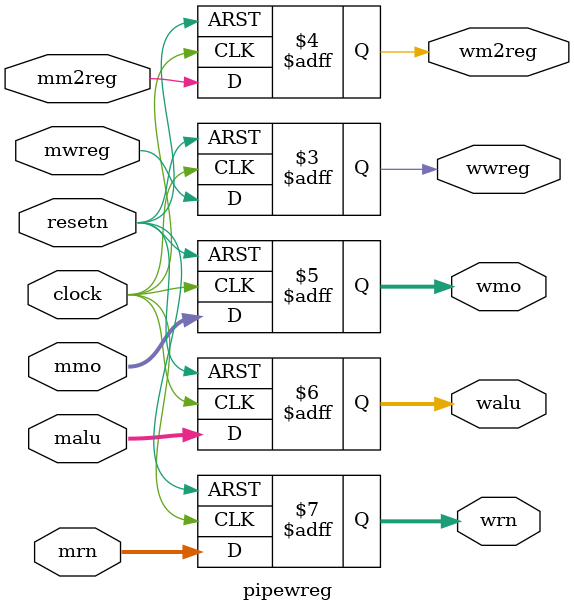
<source format=v>
module pipewreg(mwreg, mm2reg, mmo, malu, mrn, clock, resetn, wwreg, wm2reg, wmo, walu, wrn);
	input mwreg, mm2reg;
	input [31:0] mmo, malu;
	input [4:0] mrn;
	input clock, resetn;
	output wwreg, wm2reg;
	output [31:0] wmo, walu;
	output [4:0] wrn;
	reg wwreg, wm2reg;
	reg [31:0] wmo, walu;
	reg [4:0] wrn;
	
	always @(posedge clock or negedge resetn)
		begin
		if(resetn==0)
			begin
			wwreg=0;
			wm2reg=0;
			wmo=0;
			walu=0;
			wrn=0;
			end
		else
			begin
			wwreg=mwreg;
			wm2reg=mm2reg;
			wmo=mmo;
			walu=malu;
			wrn=mrn;
			end
		end

	

endmodule

</source>
